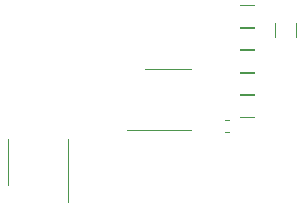
<source format=gbr>
%TF.GenerationSoftware,KiCad,Pcbnew,(5.1.6)-1*%
%TF.CreationDate,2023-12-18T11:35:21+08:00*%
%TF.ProjectId,stepper_motor,73746570-7065-4725-9f6d-6f746f722e6b,1*%
%TF.SameCoordinates,PX6979f40PYa1135a0*%
%TF.FileFunction,Legend,Bot*%
%TF.FilePolarity,Positive*%
%FSLAX46Y46*%
G04 Gerber Fmt 4.6, Leading zero omitted, Abs format (unit mm)*
G04 Created by KiCad (PCBNEW (5.1.6)-1) date 2023-12-18 11:35:21*
%MOMM*%
%LPD*%
G01*
G04 APERTURE LIST*
%ADD10C,0.120000*%
G04 APERTURE END LIST*
D10*
%TO.C,U6*%
X5608000Y8763000D02*
X5608000Y5313000D01*
X5608000Y8763000D02*
X5608000Y10713000D01*
X488000Y8763000D02*
X488000Y6813000D01*
X488000Y8763000D02*
X488000Y10713000D01*
%TO.C,U1*%
X14000000Y16560000D02*
X15950000Y16560000D01*
X14000000Y16560000D02*
X12050000Y16560000D01*
X14000000Y11440000D02*
X15950000Y11440000D01*
X14000000Y11440000D02*
X10550000Y11440000D01*
%TO.C,NTC1*%
X19212779Y11301000D02*
X18887221Y11301000D01*
X19212779Y12321000D02*
X18887221Y12321000D01*
%TO.C,C22*%
X20098936Y16277000D02*
X21303064Y16277000D01*
X20098936Y14457000D02*
X21303064Y14457000D01*
%TO.C,C21*%
X20098936Y18182000D02*
X21303064Y18182000D01*
X20098936Y16362000D02*
X21303064Y16362000D01*
%TO.C,C18*%
X23093000Y19273436D02*
X23093000Y20477564D01*
X24913000Y19273436D02*
X24913000Y20477564D01*
%TO.C,C17*%
X20098936Y20087000D02*
X21303064Y20087000D01*
X20098936Y18267000D02*
X21303064Y18267000D01*
%TO.C,C14*%
X20098936Y14372000D02*
X21303064Y14372000D01*
X20098936Y12552000D02*
X21303064Y12552000D01*
%TO.C,C13*%
X20098936Y21992000D02*
X21303064Y21992000D01*
X20098936Y20172000D02*
X21303064Y20172000D01*
%TD*%
M02*

</source>
